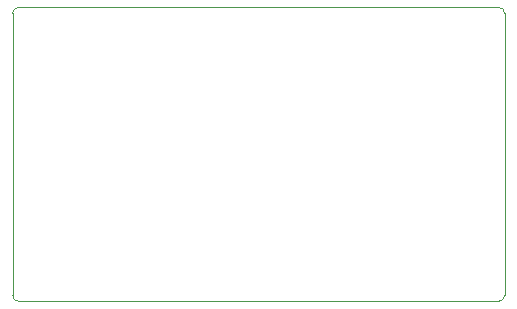
<source format=gm1>
G04 #@! TF.GenerationSoftware,KiCad,Pcbnew,(5.1.4)-1*
G04 #@! TF.CreationDate,2019-10-15T21:25:22-05:00*
G04 #@! TF.ProjectId,BACEE,42414345-452e-46b6-9963-61645f706362,1*
G04 #@! TF.SameCoordinates,Original*
G04 #@! TF.FileFunction,Profile,NP*
%FSLAX46Y46*%
G04 Gerber Fmt 4.6, Leading zero omitted, Abs format (unit mm)*
G04 Created by KiCad (PCBNEW (5.1.4)-1) date 2019-10-15 21:25:22*
%MOMM*%
%LPD*%
G04 APERTURE LIST*
%ADD10C,0.050000*%
G04 APERTURE END LIST*
D10*
X71120000Y-74676000D02*
X71120000Y-98552000D01*
X112268000Y-74168000D02*
X71628000Y-74168000D01*
X112776000Y-98552000D02*
X112776000Y-74676000D01*
X71628000Y-99060000D02*
X112268000Y-99060000D01*
X112776000Y-98552000D02*
G75*
G02X112268000Y-99060000I-508000J0D01*
G01*
X112268000Y-74168000D02*
G75*
G02X112776000Y-74676000I0J-508000D01*
G01*
X71120000Y-74676000D02*
G75*
G02X71628000Y-74168000I508000J0D01*
G01*
X71628000Y-99060000D02*
G75*
G02X71120000Y-98552000I0J508000D01*
G01*
M02*

</source>
